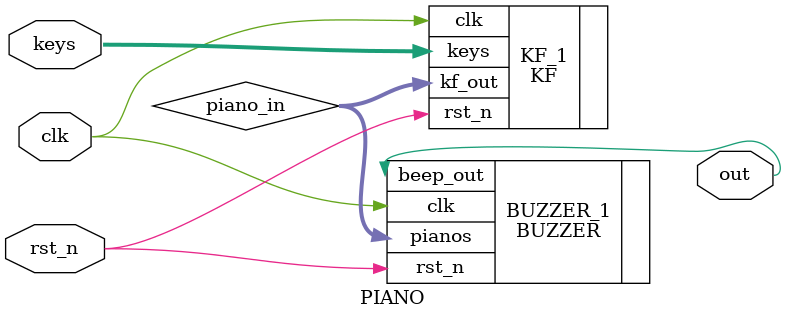
<source format=v>
module PIANO 
(
	input clk,
	input rst_n,
	input [3:0] keys,
	
	output out
);

	wire [7:0] piano_in;

	KF  
	// #(
	// 	.max(10),
	// 	.inter_max(30)
	// )
	KF_1
	(
		.clk(clk),
		.rst_n(rst_n),
		.keys(keys),
		.kf_out(piano_in)
	);

	BUZZER 
	// #(
	// 	.max_500ms(20)
	// )
	BUZZER_1
	(
		.clk(clk),
		.rst_n(rst_n),
		.pianos(piano_in),
		.beep_out(out)
	);

endmodule
</source>
